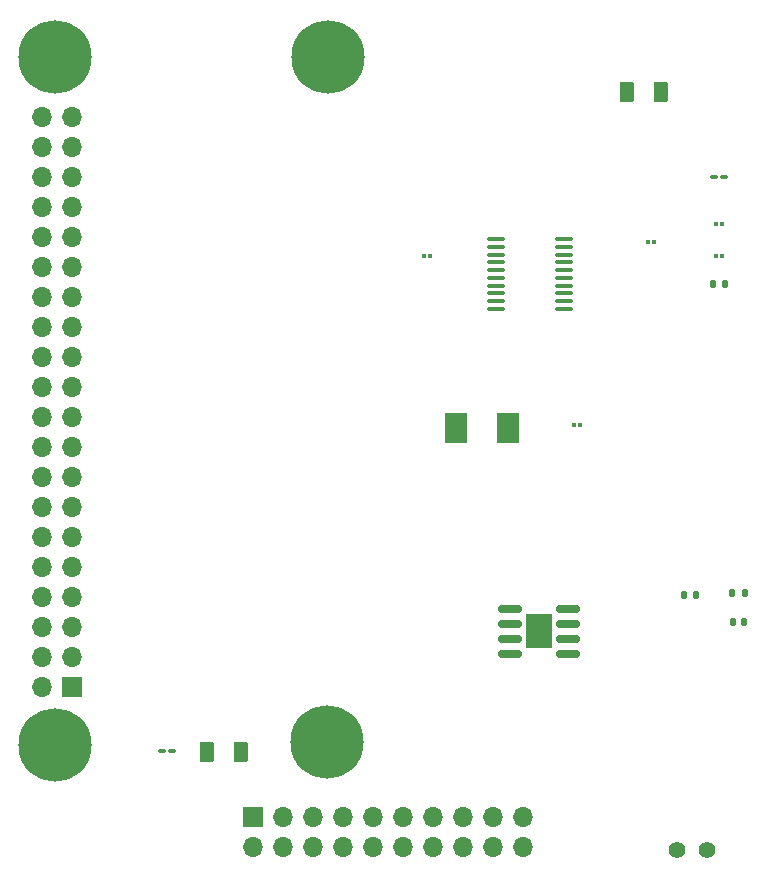
<source format=gbr>
%TF.GenerationSoftware,KiCad,Pcbnew,(6.0.11)*%
%TF.CreationDate,2023-02-06T12:12:43+05:30*%
%TF.ProjectId,p1,70312e6b-6963-4616-945f-706362585858,rev?*%
%TF.SameCoordinates,Original*%
%TF.FileFunction,Soldermask,Top*%
%TF.FilePolarity,Negative*%
%FSLAX46Y46*%
G04 Gerber Fmt 4.6, Leading zero omitted, Abs format (unit mm)*
G04 Created by KiCad (PCBNEW (6.0.11)) date 2023-02-06 12:12:43*
%MOMM*%
%LPD*%
G01*
G04 APERTURE LIST*
G04 Aperture macros list*
%AMRoundRect*
0 Rectangle with rounded corners*
0 $1 Rounding radius*
0 $2 $3 $4 $5 $6 $7 $8 $9 X,Y pos of 4 corners*
0 Add a 4 corners polygon primitive as box body*
4,1,4,$2,$3,$4,$5,$6,$7,$8,$9,$2,$3,0*
0 Add four circle primitives for the rounded corners*
1,1,$1+$1,$2,$3*
1,1,$1+$1,$4,$5*
1,1,$1+$1,$6,$7*
1,1,$1+$1,$8,$9*
0 Add four rect primitives between the rounded corners*
20,1,$1+$1,$2,$3,$4,$5,0*
20,1,$1+$1,$4,$5,$6,$7,0*
20,1,$1+$1,$6,$7,$8,$9,0*
20,1,$1+$1,$8,$9,$2,$3,0*%
G04 Aperture macros list end*
%ADD10C,6.200000*%
%ADD11R,1.700000X1.700000*%
%ADD12O,1.700000X1.700000*%
%ADD13RoundRect,0.135000X-0.135000X-0.185000X0.135000X-0.185000X0.135000X0.185000X-0.135000X0.185000X0*%
%ADD14RoundRect,0.100000X0.217500X0.100000X-0.217500X0.100000X-0.217500X-0.100000X0.217500X-0.100000X0*%
%ADD15RoundRect,0.100000X-0.217500X-0.100000X0.217500X-0.100000X0.217500X0.100000X-0.217500X0.100000X0*%
%ADD16RoundRect,0.147500X-0.147500X-0.172500X0.147500X-0.172500X0.147500X0.172500X-0.147500X0.172500X0*%
%ADD17RoundRect,0.250000X-0.375000X-0.625000X0.375000X-0.625000X0.375000X0.625000X-0.375000X0.625000X0*%
%ADD18RoundRect,0.075000X-0.125000X-0.075000X0.125000X-0.075000X0.125000X0.075000X-0.125000X0.075000X0*%
%ADD19RoundRect,0.075000X0.125000X0.075000X-0.125000X0.075000X-0.125000X-0.075000X0.125000X-0.075000X0*%
%ADD20RoundRect,0.150000X-0.825000X-0.150000X0.825000X-0.150000X0.825000X0.150000X-0.825000X0.150000X0*%
%ADD21R,2.290000X3.000000*%
%ADD22R,1.900000X2.500000*%
%ADD23C,1.400000*%
%ADD24RoundRect,0.100000X-0.637500X-0.100000X0.637500X-0.100000X0.637500X0.100000X-0.637500X0.100000X0*%
%ADD25RoundRect,0.135000X0.135000X0.185000X-0.135000X0.185000X-0.135000X-0.185000X0.135000X-0.185000X0*%
G04 APERTURE END LIST*
D10*
%TO.C,*%
X50750000Y-89650000D03*
%TD*%
D11*
%TO.C,J1*%
X52175000Y-142950000D03*
D12*
X49635000Y-142950000D03*
X52175000Y-140410000D03*
X49635000Y-140410000D03*
X52175000Y-137870000D03*
X49635000Y-137870000D03*
X52175000Y-135330000D03*
X49635000Y-135330000D03*
X52175000Y-132790000D03*
X49635000Y-132790000D03*
X52175000Y-130250000D03*
X49635000Y-130250000D03*
X52175000Y-127710000D03*
X49635000Y-127710000D03*
X52175000Y-125170000D03*
X49635000Y-125170000D03*
X52175000Y-122630000D03*
X49635000Y-122630000D03*
X52175000Y-120090000D03*
X49635000Y-120090000D03*
X52175000Y-117550000D03*
X49635000Y-117550000D03*
X52175000Y-115010000D03*
X49635000Y-115010000D03*
X52175000Y-112470000D03*
X49635000Y-112470000D03*
X52175000Y-109930000D03*
X49635000Y-109930000D03*
X52175000Y-107390000D03*
X49635000Y-107390000D03*
X52175000Y-104850000D03*
X49635000Y-104850000D03*
X52175000Y-102310000D03*
X49635000Y-102310000D03*
X52175000Y-99770000D03*
X49635000Y-99770000D03*
X52175000Y-97230000D03*
X49635000Y-97230000D03*
X52175000Y-94690000D03*
X49635000Y-94690000D03*
%TD*%
D13*
%TO.C,R5*%
X104055000Y-135165000D03*
X105075000Y-135165000D03*
%TD*%
D14*
%TO.C,R4*%
X60651500Y-148373000D03*
X59836500Y-148373000D03*
%TD*%
D15*
%TO.C,R1*%
X107407500Y-99750000D03*
X106592500Y-99750000D03*
%TD*%
D16*
%TO.C,D3*%
X109116000Y-137451000D03*
X108146000Y-137451000D03*
%TD*%
D17*
%TO.C,D2*%
X66470000Y-148500000D03*
X63670000Y-148500000D03*
%TD*%
%TO.C,D1*%
X102030000Y-92620000D03*
X99230000Y-92620000D03*
%TD*%
D18*
%TO.C,C5*%
X106750000Y-103750000D03*
X107250000Y-103750000D03*
%TD*%
%TO.C,C2*%
X94700000Y-120750000D03*
X95200000Y-120750000D03*
%TD*%
D19*
%TO.C,C4*%
X101500000Y-105250000D03*
X101000000Y-105250000D03*
%TD*%
D20*
%TO.C,U1*%
X89275000Y-136345000D03*
X89275000Y-137615000D03*
X89275000Y-138885000D03*
X89275000Y-140155000D03*
X94225000Y-140155000D03*
X94225000Y-138885000D03*
X94225000Y-137615000D03*
X94225000Y-136345000D03*
D21*
X91750000Y-138250000D03*
%TD*%
D10*
%TO.C,*%
X73750000Y-147650000D03*
%TD*%
D18*
%TO.C,C1*%
X82000000Y-106500000D03*
X82500000Y-106500000D03*
%TD*%
D22*
%TO.C,Y1*%
X84750000Y-121000000D03*
X89150000Y-121000000D03*
%TD*%
D23*
%TO.C,JP1*%
X106000000Y-156750000D03*
X103460000Y-156750000D03*
%TD*%
D24*
%TO.C,IC1*%
X88137500Y-105075000D03*
X88137500Y-105725000D03*
X88137500Y-106375000D03*
X88137500Y-107025000D03*
X88137500Y-107675000D03*
X88137500Y-108325000D03*
X88137500Y-108975000D03*
X88137500Y-109625000D03*
X88137500Y-110275000D03*
X88137500Y-110925000D03*
X93862500Y-110925000D03*
X93862500Y-110275000D03*
X93862500Y-109625000D03*
X93862500Y-108975000D03*
X93862500Y-108325000D03*
X93862500Y-107675000D03*
X93862500Y-107025000D03*
X93862500Y-106375000D03*
X93862500Y-105725000D03*
X93862500Y-105075000D03*
%TD*%
D25*
%TO.C,R3*%
X108121000Y-135038000D03*
X109141000Y-135038000D03*
%TD*%
D11*
%TO.C,J2*%
X67500000Y-154000000D03*
D12*
X67500000Y-156540000D03*
X70040000Y-154000000D03*
X70040000Y-156540000D03*
X72580000Y-154000000D03*
X72580000Y-156540000D03*
X75120000Y-154000000D03*
X75120000Y-156540000D03*
X77660000Y-154000000D03*
X77660000Y-156540000D03*
X80200000Y-154000000D03*
X80200000Y-156540000D03*
X82740000Y-154000000D03*
X82740000Y-156540000D03*
X85280000Y-154000000D03*
X85280000Y-156540000D03*
X87820000Y-154000000D03*
X87820000Y-156540000D03*
X90360000Y-154000000D03*
X90360000Y-156540000D03*
%TD*%
D10*
%TO.C,*%
X73850000Y-89650000D03*
%TD*%
%TO.C,*%
X50750000Y-147865000D03*
%TD*%
D25*
%TO.C,R2*%
X107490000Y-108876000D03*
X106470000Y-108876000D03*
%TD*%
D19*
%TO.C,C3*%
X107250000Y-106500000D03*
X106750000Y-106500000D03*
%TD*%
M02*

</source>
